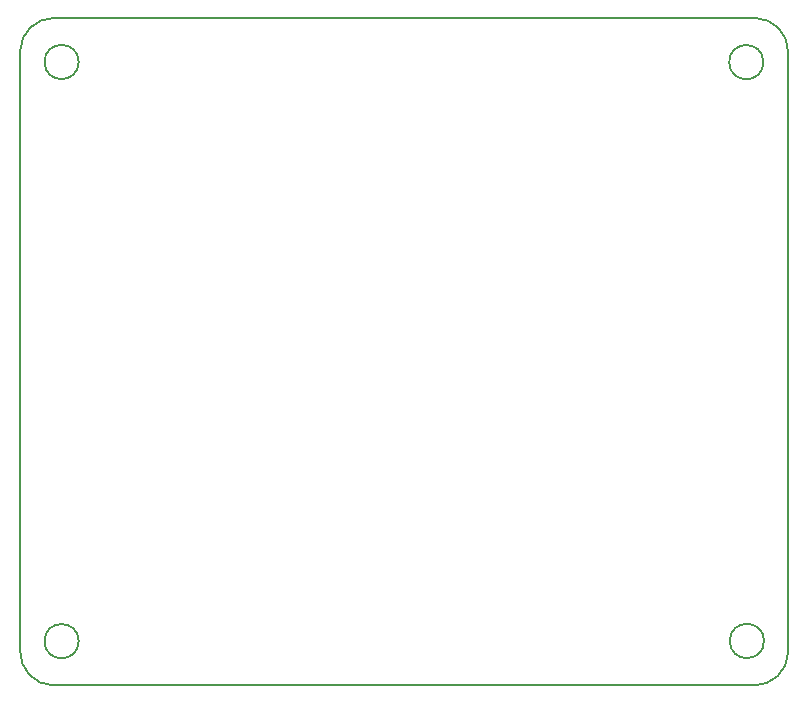
<source format=gbr>
G04 #@! TF.FileFunction,Profile,NP*
%FSLAX46Y46*%
G04 Gerber Fmt 4.6, Leading zero omitted, Abs format (unit mm)*
G04 Created by KiCad (PCBNEW 4.0.7) date 01/21/18 21:35:54*
%MOMM*%
%LPD*%
G01*
G04 APERTURE LIST*
%ADD10C,0.100000*%
%ADD11C,0.150000*%
G04 APERTURE END LIST*
D10*
D11*
X172402501Y-40259000D02*
G75*
G03X172402501Y-40259000I-1448023J0D01*
G01*
X114427001Y-40246522D02*
G75*
G03X114427001Y-40246522I-1448023J0D01*
G01*
X172453523Y-89268522D02*
G75*
G03X172453523Y-89268522I-1448023J0D01*
G01*
X114427001Y-89281000D02*
G75*
G03X114427001Y-89281000I-1448023J0D01*
G01*
X171577000Y-93027500D02*
G75*
G03X174498000Y-90233500I63500J2857500D01*
G01*
X109474000Y-90106500D02*
G75*
G03X112268000Y-93027500I2857500J-63500D01*
G01*
X112395000Y-36512500D02*
G75*
G03X109474000Y-39306500I-63500J-2857500D01*
G01*
X174498000Y-39433500D02*
G75*
G03X171704000Y-36512500I-2857500J63500D01*
G01*
X112395000Y-36512500D02*
X171704000Y-36512500D01*
X174498000Y-90233500D02*
X174498000Y-39433500D01*
X112268000Y-93027500D02*
X171577000Y-93027500D01*
X109474000Y-39306500D02*
X109474000Y-90106500D01*
M02*

</source>
